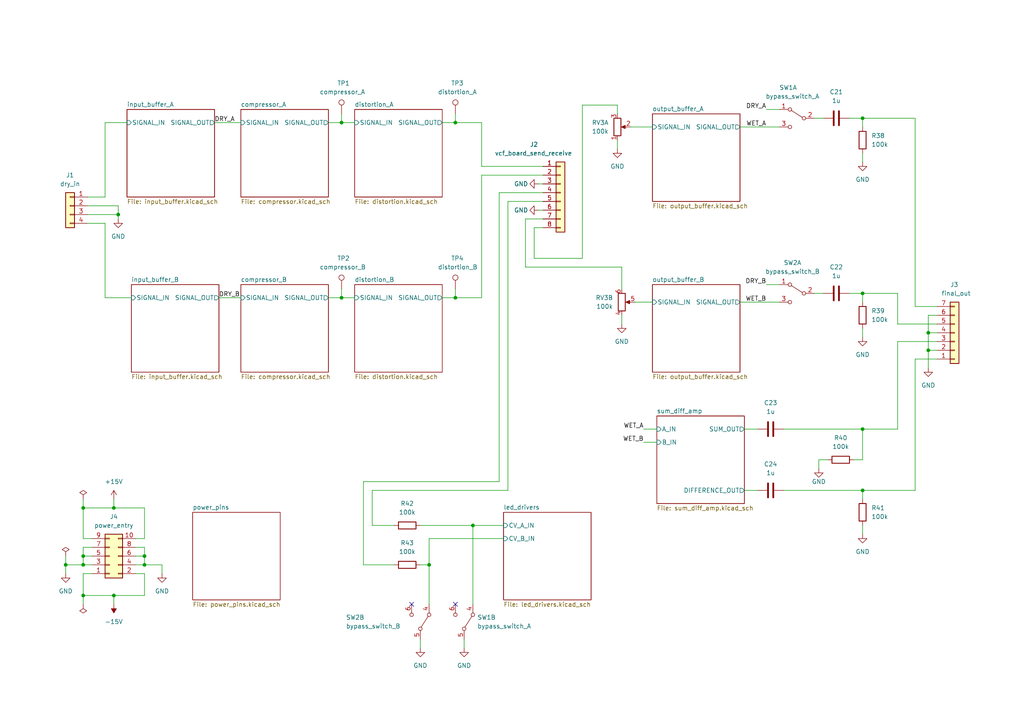
<source format=kicad_sch>
(kicad_sch (version 20211123) (generator eeschema)
  (paper "A4")
  (title_block (title "M.S.M. Stereo Lowpass Filter Pedal") (date "2022-05-26") (rev "0") (comment 2 "creativecommons.org/licenses/by/4.0") (comment 3 "License: CC by 4.0") (comment 4 "Author: Jordan Aceto"))
  (lib_symbols
    (symbol "Connector:TestPoint" (pin_numbers hide) (pin_names (offset 0.762) hide)
      (property "Reference" "TP" (at 0 6.858 0))
      (property "Value" "TestPoint" (at 0 5.08 0))
      (symbol "TestPoint_0_1"
        (circle (center 0 3.302) (radius 0.762))
      )
      (symbol "TestPoint_1_1"
        (pin passive line (at 0 0 90) (length 2.54) (name "1") (number "1"))
      )
    )
    (symbol "Connector_Generic:Conn_01x04" (pin_names (offset 1.016) hide)
      (property "Reference" "J" (at 0 5.08 0))
      (property "Value" "Conn_01x04" (at 0 -7.62 0))
      (symbol "Conn_01x04_1_1"
        (rectangle (start -1.27 -4.953) (end 0 -5.207) (stroke (width 0.1524)))
        (rectangle (start -1.27 -2.413) (end 0 -2.667) (stroke (width 0.1524)))
        (rectangle (start -1.27 0.127) (end 0 -0.127) (stroke (width 0.1524)))
        (rectangle (start -1.27 2.667) (end 0 2.413) (stroke (width 0.1524)))
        (rectangle (start -1.27 3.81) (end 1.27 -6.35) (stroke (width 0.254)) (fill (type background)))
        (pin passive line (at -5.08 2.54 0) (length 3.81) (name "Pin_1") (number "1"))
        (pin passive line (at -5.08 0 0) (length 3.81) (name "Pin_2") (number "2"))
        (pin passive line (at -5.08 -2.54 0) (length 3.81) (name "Pin_3") (number "3"))
        (pin passive line (at -5.08 -5.08 0) (length 3.81) (name "Pin_4") (number "4"))
      )
    )
    (symbol "Connector_Generic:Conn_01x07" (pin_names (offset 1.016) hide)
      (property "Reference" "J" (at 0 10.16 0))
      (property "Value" "Conn_01x07" (at 0 -10.16 0))
      (symbol "Conn_01x07_1_1"
        (rectangle (start -1.27 -7.493) (end 0 -7.747) (stroke (width 0.1524)))
        (rectangle (start -1.27 -4.953) (end 0 -5.207) (stroke (width 0.1524)))
        (rectangle (start -1.27 -2.413) (end 0 -2.667) (stroke (width 0.1524)))
        (rectangle (start -1.27 0.127) (end 0 -0.127) (stroke (width 0.1524)))
        (rectangle (start -1.27 2.667) (end 0 2.413) (stroke (width 0.1524)))
        (rectangle (start -1.27 5.207) (end 0 4.953) (stroke (width 0.1524)))
        (rectangle (start -1.27 7.747) (end 0 7.493) (stroke (width 0.1524)))
        (rectangle (start -1.27 8.89) (end 1.27 -8.89) (stroke (width 0.254)) (fill (type background)))
        (pin passive line (at -5.08 7.62 0) (length 3.81) (name "Pin_1") (number "1"))
        (pin passive line (at -5.08 5.08 0) (length 3.81) (name "Pin_2") (number "2"))
        (pin passive line (at -5.08 2.54 0) (length 3.81) (name "Pin_3") (number "3"))
        (pin passive line (at -5.08 0 0) (length 3.81) (name "Pin_4") (number "4"))
        (pin passive line (at -5.08 -2.54 0) (length 3.81) (name "Pin_5") (number "5"))
        (pin passive line (at -5.08 -5.08 0) (length 3.81) (name "Pin_6") (number "6"))
        (pin passive line (at -5.08 -7.62 0) (length 3.81) (name "Pin_7") (number "7"))
      )
    )
    (symbol "Connector_Generic:Conn_01x08" (pin_names (offset 1.016) hide)
      (property "Reference" "J" (at 0 10.16 0))
      (property "Value" "Conn_01x08" (at 0 -12.7 0))
      (symbol "Conn_01x08_1_1"
        (rectangle (start -1.27 -10.033) (end 0 -10.287) (stroke (width 0.1524)))
        (rectangle (start -1.27 -7.493) (end 0 -7.747) (stroke (width 0.1524)))
        (rectangle (start -1.27 -4.953) (end 0 -5.207) (stroke (width 0.1524)))
        (rectangle (start -1.27 -2.413) (end 0 -2.667) (stroke (width 0.1524)))
        (rectangle (start -1.27 0.127) (end 0 -0.127) (stroke (width 0.1524)))
        (rectangle (start -1.27 2.667) (end 0 2.413) (stroke (width 0.1524)))
        (rectangle (start -1.27 5.207) (end 0 4.953) (stroke (width 0.1524)))
        (rectangle (start -1.27 7.747) (end 0 7.493) (stroke (width 0.1524)))
        (rectangle (start -1.27 8.89) (end 1.27 -11.43) (stroke (width 0.254)) (fill (type background)))
        (pin passive line (at -5.08 7.62 0) (length 3.81) (name "Pin_1") (number "1"))
        (pin passive line (at -5.08 5.08 0) (length 3.81) (name "Pin_2") (number "2"))
        (pin passive line (at -5.08 2.54 0) (length 3.81) (name "Pin_3") (number "3"))
        (pin passive line (at -5.08 0 0) (length 3.81) (name "Pin_4") (number "4"))
        (pin passive line (at -5.08 -2.54 0) (length 3.81) (name "Pin_5") (number "5"))
        (pin passive line (at -5.08 -5.08 0) (length 3.81) (name "Pin_6") (number "6"))
        (pin passive line (at -5.08 -7.62 0) (length 3.81) (name "Pin_7") (number "7"))
        (pin passive line (at -5.08 -10.16 0) (length 3.81) (name "Pin_8") (number "8"))
      )
    )
    (symbol "Connector_Generic:Conn_02x05_Odd_Even" (pin_names (offset 1.016) hide)
      (property "Reference" "J" (at 1.27 7.62 0))
      (property "Value" "Conn_02x05_Odd_Even" (at 1.27 -7.62 0))
      (symbol "Conn_02x05_Odd_Even_1_1"
        (rectangle (start -1.27 -4.953) (end 0 -5.207) (stroke (width 0.1524)))
        (rectangle (start -1.27 -2.413) (end 0 -2.667) (stroke (width 0.1524)))
        (rectangle (start -1.27 0.127) (end 0 -0.127) (stroke (width 0.1524)))
        (rectangle (start -1.27 2.667) (end 0 2.413) (stroke (width 0.1524)))
        (rectangle (start -1.27 5.207) (end 0 4.953) (stroke (width 0.1524)))
        (rectangle (start -1.27 6.35) (end 3.81 -6.35) (stroke (width 0.254)) (fill (type background)))
        (rectangle (start 3.81 -4.953) (end 2.54 -5.207) (stroke (width 0.1524)))
        (rectangle (start 3.81 -2.413) (end 2.54 -2.667) (stroke (width 0.1524)))
        (rectangle (start 3.81 0.127) (end 2.54 -0.127) (stroke (width 0.1524)))
        (rectangle (start 3.81 2.667) (end 2.54 2.413) (stroke (width 0.1524)))
        (rectangle (start 3.81 5.207) (end 2.54 4.953) (stroke (width 0.1524)))
        (pin passive line (at -5.08 5.08 0) (length 3.81) (name "Pin_1") (number "1"))
        (pin passive line (at 7.62 -5.08 180) (length 3.81) (name "Pin_10") (number "10"))
        (pin passive line (at 7.62 5.08 180) (length 3.81) (name "Pin_2") (number "2"))
        (pin passive line (at -5.08 2.54 0) (length 3.81) (name "Pin_3") (number "3"))
        (pin passive line (at 7.62 2.54 180) (length 3.81) (name "Pin_4") (number "4"))
        (pin passive line (at -5.08 0 0) (length 3.81) (name "Pin_5") (number "5"))
        (pin passive line (at 7.62 0 180) (length 3.81) (name "Pin_6") (number "6"))
        (pin passive line (at -5.08 -2.54 0) (length 3.81) (name "Pin_7") (number "7"))
        (pin passive line (at 7.62 -2.54 180) (length 3.81) (name "Pin_8") (number "8"))
        (pin passive line (at -5.08 -5.08 0) (length 3.81) (name "Pin_9") (number "9"))
      )
    )
    (symbol "Device:C" (pin_numbers hide) (pin_names (offset 0.254))
      (property "Reference" "C" (at 0.635 2.54 0))
      (property "Value" "C" (at 0.635 -2.54 0))
      (symbol "C_0_1"
        (polyline (pts (xy -2.032 -0.762) (xy 2.032 -0.762)) (stroke (width 0.508)))
        (polyline (pts (xy -2.032 0.762) (xy 2.032 0.762)) (stroke (width 0.508)))
      )
      (symbol "C_1_1"
        (pin passive line (at 0 3.81 270) (length 2.794) (name "~") (number "1"))
        (pin passive line (at 0 -3.81 90) (length 2.794) (name "~") (number "2"))
      )
    )
    (symbol "Device:R" (pin_numbers hide) (pin_names (offset 0))
      (property "Reference" "R" (at 2.032 0 90))
      (property "Value" "R" (at 0 0 90))
      (symbol "R_0_1"
        (rectangle (start -1.016 -2.54) (end 1.016 2.54) (stroke (width 0.254)))
      )
      (symbol "R_1_1"
        (pin passive line (at 0 3.81 270) (length 1.27) (name "~") (number "1"))
        (pin passive line (at 0 -3.81 90) (length 1.27) (name "~") (number "2"))
      )
    )
    (symbol "Device:R_Potentiometer_Dual_Separate" (pin_names (offset 1.016) hide)
      (property "Reference" "RV" (at -4.445 0 90))
      (property "Value" "R_Potentiometer_Dual_Separate" (at -2.54 0 90))
      (symbol "R_Potentiometer_Dual_Separate_0_1"
        (polyline (pts (xy 2.54 0) (xy 1.524 0)))
        (polyline (pts (xy 1.143 0) (xy 2.286 0.508) (xy 2.286 -0.508) (xy 1.143 0)) (fill (type outline)))
        (rectangle (start 1.016 2.54) (end -1.016 -2.54) (stroke (width 0.254)))
      )
      (symbol "R_Potentiometer_Dual_Separate_1_1"
        (pin passive line (at 0 3.81 270) (length 1.27) (name "1") (number "1"))
        (pin passive line (at 3.81 0 180) (length 1.27) (name "2") (number "2"))
        (pin passive line (at 0 -3.81 90) (length 1.27) (name "3") (number "3"))
      )
      (symbol "R_Potentiometer_Dual_Separate_2_1"
        (pin passive line (at 0 3.81 270) (length 1.27) (name "4") (number "4"))
        (pin passive line (at 3.81 0 180) (length 1.27) (name "5") (number "5"))
        (pin passive line (at 0 -3.81 90) (length 1.27) (name "6") (number "6"))
      )
    )
    (symbol "Switch:SW_DPDT_x2" (pin_names (offset 0) hide)
      (property "Reference" "SW" (at 0 4.318 0))
      (property "Value" "SW_DPDT_x2" (at 0 -5.08 0))
      (symbol "SW_DPDT_x2_0_0"
        (circle (center -2.032 0) (radius 0.508))
        (circle (center 2.032 -2.54) (radius 0.508))
      )
      (symbol "SW_DPDT_x2_0_1"
        (polyline (pts (xy -1.524 0.254) (xy 1.651 2.286)))
        (circle (center 2.032 2.54) (radius 0.508))
      )
      (symbol "SW_DPDT_x2_1_1"
        (pin passive line (at 5.08 2.54 180) (length 2.54) (name "A") (number "1"))
        (pin passive line (at -5.08 0 0) (length 2.54) (name "B") (number "2"))
        (pin passive line (at 5.08 -2.54 180) (length 2.54) (name "C") (number "3"))
      )
      (symbol "SW_DPDT_x2_2_1"
        (pin passive line (at 5.08 2.54 180) (length 2.54) (name "A") (number "4"))
        (pin passive line (at -5.08 0 0) (length 2.54) (name "B") (number "5"))
        (pin passive line (at 5.08 -2.54 180) (length 2.54) (name "C") (number "6"))
      )
    )
    (symbol "power:+15V" (power) (pin_names (offset 0))
      (property "Value" "+15V" (at 0 3.556 0))
      (symbol "+15V_0_1"
        (polyline (pts (xy -0.762 1.27) (xy 0 2.54)))
        (polyline (pts (xy 0 0) (xy 0 2.54)))
        (polyline (pts (xy 0 2.54) (xy 0.762 1.27)))
      )
      (symbol "+15V_1_1"
        (pin power_in line (at 0 0 90) (length 0) hide (name "+15V") (number "1"))
      )
    )
    (symbol "power:-15V" (power) (pin_names (offset 0))
      (property "Value" "-15V" (at 0 3.81 0))
      (symbol "-15V_0_0"
        (pin power_in line (at 0 0 90) (length 0) hide (name "-15V") (number "1"))
      )
      (symbol "-15V_0_1"
        (polyline (pts (xy 0 0) (xy 0 1.27) (xy 0.762 1.27) (xy 0 2.54) (xy -0.762 1.27) (xy 0 1.27)) (fill (type outline)))
      )
    )
    (symbol "power:GND" (power) (pin_names (offset 0))
      (property "Value" "GND" (at 0 -3.81 0))
      (symbol "GND_0_1"
        (polyline (pts (xy 0 0) (xy 0 -1.27) (xy 1.27 -1.27) (xy 0 -2.54) (xy -1.27 -1.27) (xy 0 -1.27)))
      )
      (symbol "GND_1_1"
        (pin power_in line (at 0 0 270) (length 0) hide (name "GND") (number "1"))
      )
    )
    (symbol "power:PWR_FLAG" (power) (pin_numbers hide) (pin_names (offset 0) hide)
      (property "Value" "PWR_FLAG" (at 0 3.81 0))
      (symbol "PWR_FLAG_0_0"
        (pin power_out line (at 0 0 90) (length 0) (name "pwr") (number "1"))
      )
      (symbol "PWR_FLAG_0_1"
        (polyline (pts (xy 0 0) (xy 0 1.27) (xy -1.016 1.905) (xy 0 2.54) (xy 1.016 1.905) (xy 0 1.27)))
      )
    )
  )
  (junction (at 24.13 147.32))
  (junction (at 269.24 96.52))
  (junction (at 250.19 124.46))
  (junction (at 24.13 172.72))
  (junction (at 132.08 86.36))
  (junction (at 24.13 163.83))
  (junction (at 132.08 35.56))
  (junction (at 124.46 163.83))
  (junction (at 250.19 34.29))
  (junction (at 24.13 161.29))
  (junction (at 33.02 172.72))
  (junction (at 99.06 35.56))
  (junction (at 250.19 85.09))
  (junction (at 250.19 142.24))
  (junction (at 33.02 147.32))
  (junction (at 269.24 101.6))
  (junction (at 137.16 152.4))
  (junction (at 41.91 163.83))
  (junction (at 99.06 86.36))
  (junction (at 19.05 163.83))
  (junction (at 34.29 62.23))
  (junction (at 41.91 161.29))
  (no_connect (at 132.08 175.26))
  (no_connect (at 119.38 175.26))
  (wire (pts (xy 132.08 35.56) (xy 139.7 35.56)))
  (wire (pts (xy 41.91 166.37) (xy 39.37 166.37)))
  (wire (pts (xy 250.19 95.25) (xy 250.19 97.79)))
  (wire (pts (xy 250.19 142.24) (xy 227.33 142.24)))
  (wire (pts (xy 19.05 163.83) (xy 24.13 163.83)))
  (wire (pts (xy 107.95 152.4) (xy 114.3 152.4)))
  (wire (pts (xy 62.23 35.56) (xy 69.85 35.56)))
  (wire (pts (xy 41.91 172.72) (xy 41.91 166.37)))
  (wire (pts (xy 271.78 93.98) (xy 260.35 93.98)))
  (wire (pts (xy 132.08 86.36) (xy 139.7 86.36)))
  (wire (pts (xy 99.06 33.02) (xy 99.06 35.56)))
  (wire (pts (xy 30.48 57.15) (xy 30.48 35.56)))
  (wire (pts (xy 146.05 156.21) (xy 124.46 156.21)))
  (wire (pts (xy 24.13 172.72) (xy 33.02 172.72)))
  (wire (pts (xy 237.49 135.89) (xy 237.49 133.35)))
  (wire (pts (xy 157.48 53.34) (xy 156.21 53.34)))
  (wire (pts (xy 137.16 152.4) (xy 137.16 175.26)))
  (wire (pts (xy 219.71 142.24) (xy 215.9 142.24)))
  (wire (pts (xy 157.48 55.88) (xy 144.78 55.88)))
  (wire (pts (xy 250.19 142.24) (xy 250.19 144.78)))
  (wire (pts (xy 269.24 101.6) (xy 271.78 101.6)))
  (wire (pts (xy 24.13 158.75) (xy 26.67 158.75)))
  (wire (pts (xy 24.13 158.75) (xy 24.13 161.29)))
  (wire (pts (xy 265.43 34.29) (xy 265.43 88.9)))
  (wire (pts (xy 250.19 44.45) (xy 250.19 46.99)))
  (wire (pts (xy 139.7 50.8) (xy 157.48 50.8)))
  (wire (pts (xy 144.78 139.7) (xy 105.41 139.7)))
  (wire (pts (xy 168.91 74.93) (xy 168.91 30.48)))
  (wire (pts (xy 39.37 158.75) (xy 41.91 158.75)))
  (wire (pts (xy 33.02 172.72) (xy 33.02 175.26)))
  (wire (pts (xy 222.25 31.75) (xy 226.06 31.75)))
  (wire (pts (xy 41.91 161.29) (xy 41.91 158.75)))
  (wire (pts (xy 95.25 86.36) (xy 99.06 86.36)))
  (wire (pts (xy 34.29 62.23) (xy 34.29 59.69)))
  (wire (pts (xy 24.13 161.29) (xy 24.13 163.83)))
  (wire (pts (xy 260.35 124.46) (xy 260.35 99.06)))
  (wire (pts (xy 124.46 156.21) (xy 124.46 163.83)))
  (wire (pts (xy 99.06 86.36) (xy 102.87 86.36)))
  (wire (pts (xy 25.4 57.15) (xy 30.48 57.15)))
  (wire (pts (xy 269.24 96.52) (xy 271.78 96.52)))
  (wire (pts (xy 147.32 58.42) (xy 147.32 142.24)))
  (wire (pts (xy 24.13 161.29) (xy 26.67 161.29)))
  (wire (pts (xy 105.41 139.7) (xy 105.41 163.83)))
  (wire (pts (xy 250.19 34.29) (xy 265.43 34.29)))
  (wire (pts (xy 19.05 166.37) (xy 19.05 163.83)))
  (wire (pts (xy 39.37 163.83) (xy 41.91 163.83)))
  (wire (pts (xy 30.48 35.56) (xy 36.83 35.56)))
  (wire (pts (xy 215.9 124.46) (xy 219.71 124.46)))
  (wire (pts (xy 182.88 36.83) (xy 189.23 36.83)))
  (wire (pts (xy 132.08 33.02) (xy 132.08 35.56)))
  (wire (pts (xy 24.13 166.37) (xy 24.13 172.72)))
  (wire (pts (xy 147.32 142.24) (xy 107.95 142.24)))
  (wire (pts (xy 128.27 35.56) (xy 132.08 35.56)))
  (wire (pts (xy 24.13 144.78) (xy 24.13 147.32)))
  (wire (pts (xy 186.69 128.27) (xy 190.5 128.27)))
  (wire (pts (xy 260.35 93.98) (xy 260.35 85.09)))
  (wire (pts (xy 154.94 74.93) (xy 154.94 66.04)))
  (wire (pts (xy 134.62 185.42) (xy 134.62 187.96)))
  (wire (pts (xy 269.24 91.44) (xy 269.24 96.52)))
  (wire (pts (xy 157.48 48.26) (xy 139.7 48.26)))
  (wire (pts (xy 34.29 63.5) (xy 34.29 62.23)))
  (wire (pts (xy 154.94 66.04) (xy 157.48 66.04)))
  (wire (pts (xy 168.91 74.93) (xy 154.94 74.93)))
  (wire (pts (xy 39.37 156.21) (xy 41.91 156.21)))
  (wire (pts (xy 25.4 64.77) (xy 30.48 64.77)))
  (wire (pts (xy 222.25 82.55) (xy 226.06 82.55)))
  (wire (pts (xy 39.37 161.29) (xy 41.91 161.29)))
  (wire (pts (xy 152.4 77.47) (xy 152.4 63.5)))
  (wire (pts (xy 214.63 36.83) (xy 226.06 36.83)))
  (wire (pts (xy 99.06 83.82) (xy 99.06 86.36)))
  (wire (pts (xy 265.43 104.14) (xy 265.43 142.24)))
  (wire (pts (xy 25.4 62.23) (xy 34.29 62.23)))
  (wire (pts (xy 269.24 101.6) (xy 269.24 106.68)))
  (wire (pts (xy 237.49 133.35) (xy 240.03 133.35)))
  (wire (pts (xy 157.48 60.96) (xy 156.21 60.96)))
  (wire (pts (xy 137.16 152.4) (xy 146.05 152.4)))
  (wire (pts (xy 121.92 152.4) (xy 137.16 152.4)))
  (wire (pts (xy 95.25 35.56) (xy 99.06 35.56)))
  (wire (pts (xy 180.34 77.47) (xy 180.34 83.82)))
  (wire (pts (xy 34.29 59.69) (xy 25.4 59.69)))
  (wire (pts (xy 33.02 147.32) (xy 24.13 147.32)))
  (wire (pts (xy 265.43 104.14) (xy 271.78 104.14)))
  (wire (pts (xy 250.19 124.46) (xy 260.35 124.46)))
  (wire (pts (xy 247.65 133.35) (xy 250.19 133.35)))
  (wire (pts (xy 184.15 87.63) (xy 189.23 87.63)))
  (wire (pts (xy 236.22 34.29) (xy 238.76 34.29)))
  (wire (pts (xy 144.78 55.88) (xy 144.78 139.7)))
  (wire (pts (xy 107.95 142.24) (xy 107.95 152.4)))
  (wire (pts (xy 179.07 30.48) (xy 179.07 33.02)))
  (wire (pts (xy 33.02 144.78) (xy 33.02 147.32)))
  (wire (pts (xy 41.91 147.32) (xy 33.02 147.32)))
  (wire (pts (xy 180.34 91.44) (xy 180.34 93.98)))
  (wire (pts (xy 260.35 99.06) (xy 271.78 99.06)))
  (wire (pts (xy 152.4 63.5) (xy 157.48 63.5)))
  (wire (pts (xy 271.78 91.44) (xy 269.24 91.44)))
  (wire (pts (xy 24.13 175.26) (xy 24.13 172.72)))
  (wire (pts (xy 46.99 163.83) (xy 41.91 163.83)))
  (wire (pts (xy 30.48 86.36) (xy 38.1 86.36)))
  (wire (pts (xy 250.19 133.35) (xy 250.19 124.46)))
  (wire (pts (xy 19.05 161.29) (xy 19.05 163.83)))
  (wire (pts (xy 250.19 152.4) (xy 250.19 154.94)))
  (wire (pts (xy 63.5 86.36) (xy 69.85 86.36)))
  (wire (pts (xy 180.34 77.47) (xy 152.4 77.47)))
  (wire (pts (xy 26.67 166.37) (xy 24.13 166.37)))
  (wire (pts (xy 250.19 34.29) (xy 250.19 36.83)))
  (wire (pts (xy 179.07 40.64) (xy 179.07 43.18)))
  (wire (pts (xy 33.02 172.72) (xy 41.91 172.72)))
  (wire (pts (xy 214.63 87.63) (xy 226.06 87.63)))
  (wire (pts (xy 26.67 163.83) (xy 24.13 163.83)))
  (wire (pts (xy 250.19 85.09) (xy 260.35 85.09)))
  (wire (pts (xy 227.33 124.46) (xy 250.19 124.46)))
  (wire (pts (xy 46.99 166.37) (xy 46.99 163.83)))
  (wire (pts (xy 128.27 86.36) (xy 132.08 86.36)))
  (wire (pts (xy 269.24 96.52) (xy 269.24 101.6)))
  (wire (pts (xy 139.7 48.26) (xy 139.7 35.56)))
  (wire (pts (xy 99.06 35.56) (xy 102.87 35.56)))
  (wire (pts (xy 271.78 88.9) (xy 265.43 88.9)))
  (wire (pts (xy 265.43 142.24) (xy 250.19 142.24)))
  (wire (pts (xy 121.92 185.42) (xy 121.92 187.96)))
  (wire (pts (xy 30.48 64.77) (xy 30.48 86.36)))
  (wire (pts (xy 246.38 85.09) (xy 250.19 85.09)))
  (wire (pts (xy 132.08 83.82) (xy 132.08 86.36)))
  (wire (pts (xy 157.48 58.42) (xy 147.32 58.42)))
  (wire (pts (xy 24.13 147.32) (xy 24.13 156.21)))
  (wire (pts (xy 186.69 124.46) (xy 190.5 124.46)))
  (wire (pts (xy 124.46 175.26) (xy 124.46 163.83)))
  (wire (pts (xy 246.38 34.29) (xy 250.19 34.29)))
  (wire (pts (xy 168.91 30.48) (xy 179.07 30.48)))
  (wire (pts (xy 41.91 163.83) (xy 41.91 161.29)))
  (wire (pts (xy 124.46 163.83) (xy 121.92 163.83)))
  (wire (pts (xy 139.7 50.8) (xy 139.7 86.36)))
  (wire (pts (xy 236.22 85.09) (xy 238.76 85.09)))
  (wire (pts (xy 24.13 156.21) (xy 26.67 156.21)))
  (wire (pts (xy 41.91 156.21) (xy 41.91 147.32)))
  (wire (pts (xy 105.41 163.83) (xy 114.3 163.83)))
  (wire (pts (xy 250.19 85.09) (xy 250.19 87.63)))
  (label "WET_B" (at 186.69 128.27 180))
  (label "WET_A" (at 222.25 36.83 180))
  (label "WET_B" (at 222.25 87.63 180))
  (label "DRY_B" (at 63.5 86.36 0))
  (label "DRY_A" (at 62.23 35.56 0))
  (label "DRY_A" (at 222.25 31.75 180))
  (label "WET_A" (at 186.69 124.46 180))
  (label "DRY_B" (at 222.25 82.55 180))
  (symbol (lib_id "Device:C") (at 223.52 124.46 90) (unit 1)
    (property "Reference" "C23" (at 223.52 116.84 90))
    (property "Value" "1u" (at 223.52 119.38 90))
    (property "Footprint" "Capacitor_THT:C_Rect_L7.2mm_W5.5mm_P5.00mm_FKS2_FKP2_MKS2_MKP2" (effects hide))
  )
  (symbol (lib_id "Device:R") (at 243.84 133.35 90) (unit 1)
    (property "Reference" "R40" (at 243.84 127 90))
    (property "Value" "100k" (at 243.84 129.54 90))
    (property "Footprint" "Resistor_SMD:R_0805_2012Metric" (effects hide))
  )
  (symbol (lib_id "Device:C") (at 242.57 34.29 90) (unit 1)
    (property "Reference" "C21" (at 242.57 26.67 90))
    (property "Value" "1u" (at 242.57 29.21 90))
    (property "Footprint" "Capacitor_THT:C_Rect_L7.2mm_W5.5mm_P5.00mm_FKS2_FKP2_MKS2_MKP2" (effects hide))
  )
  (symbol (lib_id "Connector_Generic:Conn_02x05_Odd_Even") (at 31.75 161.29 0) (mirror x) (unit 1)
    (property "Reference" "J4" (at 33.02 149.86 0))
    (property "Value" "power_entry" (at 33.02 152.4 0))
    (property "Footprint" "Connector_IDC:IDC-Header_2x05_P2.54mm_Vertical" (effects hide))
  )
  (symbol (lib_id "power:-15V") (at 33.02 175.26 180) (unit 1)
    (property "Reference" "#PWR0104" (effects hide))
    (property "Value" "-15V" (at 33.02 180.34 0))
  )
  (symbol (lib_id "power:+15V") (at 33.02 144.78 0) (unit 1)
    (property "Reference" "#PWR0107" (effects hide))
    (property "Value" "+15V" (at 33.02 139.7 0))
  )
  (symbol (lib_id "Device:C") (at 223.52 142.24 90) (unit 1)
    (property "Reference" "C24" (at 223.52 134.62 90))
    (property "Value" "1u" (at 223.52 137.16 90))
    (property "Footprint" "Capacitor_THT:C_Rect_L7.2mm_W5.5mm_P5.00mm_FKS2_FKP2_MKS2_MKP2" (effects hide))
  )
  (symbol (lib_id "Connector:TestPoint") (at 132.08 83.82 0) (unit 1)
    (property "Reference" "TP4" (at 130.81 74.93 0) (effects (justify left)))
    (property "Value" "distortion_B" (at 127 77.47 0) (effects (justify left)))
    (property "Footprint" "TestPoint:TestPoint_Keystone_5000-5004_Miniature" (effects hide))
  )
  (symbol (lib_id "Device:R") (at 118.11 152.4 90) (unit 1)
    (property "Reference" "R42" (at 118.11 146.05 90))
    (property "Value" "100k" (at 118.11 148.59 90))
    (property "Footprint" "Resistor_SMD:R_0805_2012Metric" (effects hide))
  )
  (symbol (lib_id "power:GND") (at 19.05 166.37 0) (mirror y) (unit 1)
    (property "Reference" "#PWR0105" (effects hide))
    (property "Value" "GND" (at 19.05 171.45 0))
  )
  (symbol (lib_id "Switch:SW_DPDT_x2") (at 231.14 34.29 0) (mirror y) (unit 1)
    (property "Reference" "SW1" (at 228.6 25.4 0))
    (property "Value" "bypass_switch_A" (at 229.87 27.94 0))
    (property "Footprint" "custom_footprints:DPDT_mini_toggle" (effects hide))
  )
  (symbol (lib_id "power:GND") (at 121.92 187.96 0) (unit 1)
    (property "Reference" "#PWR0110" (effects hide))
    (property "Value" "GND" (at 121.92 193.04 0))
  )
  (symbol (lib_id "Device:C") (at 242.57 85.09 90) (unit 1)
    (property "Reference" "C22" (at 242.57 77.47 90))
    (property "Value" "1u" (at 242.57 80.01 90))
    (property "Footprint" "Capacitor_THT:C_Rect_L7.2mm_W5.5mm_P5.00mm_FKS2_FKP2_MKS2_MKP2" (effects hide))
  )
  (symbol (lib_id "power:PWR_FLAG") (at 24.13 144.78 0) (unit 1)
    (property "Reference" "#FLG0103" (effects hide))
    (property "Value" "PWR_FLAG" (effects hide))
  )
  (symbol (lib_id "power:GND") (at 250.19 46.99 0) (unit 1)
    (property "Reference" "#PWR02" (effects hide))
    (property "Value" "GND" (at 250.19 52.07 0))
  )
  (symbol (lib_id "Device:R") (at 250.19 148.59 0) (unit 1)
    (property "Reference" "R41" (at 252.73 147.3199 0) (effects (justify left)))
    (property "Value" "100k" (at 252.73 149.8599 0) (effects (justify left)))
    (property "Footprint" "Resistor_SMD:R_0805_2012Metric" (effects hide))
  )
  (symbol (lib_id "power:GND") (at 46.99 166.37 0) (unit 1)
    (property "Reference" "#PWR0108" (effects hide))
    (property "Value" "GND" (at 46.99 171.45 0))
  )
  (symbol (lib_id "power:GND") (at 269.24 106.68 0) (unit 1)
    (property "Reference" "#PWR0106" (effects hide))
    (property "Value" "GND" (at 269.24 111.76 0))
  )
  (symbol (lib_id "Connector_Generic:Conn_01x08") (at 162.56 55.88 0) (unit 1)
    (property "Reference" "J2" (at 153.67 41.91 0) (effects (justify left)))
    (property "Value" "vcf_board_send_receive" (at 143.51 44.45 0) (effects (justify left)))
    (property "Footprint" "Connector_Molex:Molex_KK-254_AE-6410-08A_1x08_P2.54mm_Vertical" (effects hide))
  )
  (symbol (lib_id "Connector:TestPoint") (at 99.06 33.02 0) (unit 1)
    (property "Reference" "TP1" (at 97.79 24.13 0) (effects (justify left)))
    (property "Value" "compressor_A" (at 92.71 26.67 0) (effects (justify left)))
    (property "Footprint" "TestPoint:TestPoint_Keystone_5000-5004_Miniature" (effects hide))
  )
  (symbol (lib_id "power:GND") (at 250.19 154.94 0) (unit 1)
    (property "Reference" "#PWR04" (effects hide))
    (property "Value" "GND" (at 250.19 160.02 0))
  )
  (symbol (lib_id "power:PWR_FLAG") (at 19.05 161.29 0) (unit 1)
    (property "Reference" "#FLG0102" (effects hide))
    (property "Value" "PWR_FLAG" (effects hide))
  )
  (symbol (lib_id "power:GND") (at 237.49 135.89 0) (unit 1)
    (property "Reference" "#PWR01" (effects hide))
    (property "Value" "GND" (at 237.49 139.7 0))
  )
  (symbol (lib_id "Connector:TestPoint") (at 99.06 83.82 0) (unit 1)
    (property "Reference" "TP2" (at 97.79 74.93 0) (effects (justify left)))
    (property "Value" "compressor_B" (at 92.71 77.47 0) (effects (justify left)))
    (property "Footprint" "TestPoint:TestPoint_Keystone_5000-5004_Miniature" (effects hide))
  )
  (symbol (lib_id "power:PWR_FLAG") (at 24.13 175.26 180) (unit 1)
    (property "Reference" "#FLG0101" (effects hide))
    (property "Value" "PWR_FLAG" (effects hide))
  )
  (symbol (lib_id "power:GND") (at 134.62 187.96 0) (unit 1)
    (property "Reference" "#PWR0111" (effects hide))
    (property "Value" "GND" (at 134.62 193.04 0))
  )
  (symbol (lib_id "power:GND") (at 179.07 43.18 0) (unit 1)
    (property "Reference" "#PWR0103" (effects hide))
    (property "Value" "GND" (at 179.07 48.26 0))
  )
  (symbol (lib_id "Device:R") (at 118.11 163.83 90) (unit 1)
    (property "Reference" "R43" (at 118.11 157.48 90))
    (property "Value" "100k" (at 118.11 160.02 90))
    (property "Footprint" "Resistor_SMD:R_0805_2012Metric" (effects hide))
  )
  (symbol (lib_id "Connector:TestPoint") (at 132.08 33.02 0) (unit 1)
    (property "Reference" "TP3" (at 130.81 24.13 0) (effects (justify left)))
    (property "Value" "distortion_A" (at 127 26.67 0) (effects (justify left)))
    (property "Footprint" "TestPoint:TestPoint_Keystone_5000-5004_Miniature" (effects hide))
  )
  (symbol (lib_id "Device:R") (at 250.19 40.64 180) (unit 1)
    (property "Reference" "R38" (at 252.73 39.3699 0) (effects (justify right)))
    (property "Value" "100k" (at 252.73 41.9099 0) (effects (justify right)))
    (property "Footprint" "Resistor_SMD:R_0805_2012Metric" (effects hide))
  )
  (symbol (lib_id "power:GND") (at 34.29 63.5 0) (unit 1)
    (property "Reference" "#PWR0114" (effects hide))
    (property "Value" "GND" (at 34.29 68.58 0))
  )
  (symbol (lib_id "power:GND") (at 250.19 97.79 0) (unit 1)
    (property "Reference" "#PWR03" (effects hide))
    (property "Value" "GND" (at 250.19 102.87 0))
  )
  (symbol (lib_id "Switch:SW_DPDT_x2") (at 134.62 180.34 270) (mirror x) (unit 2)
    (property "Reference" "SW1" (at 138.43 179.0699 90) (effects (justify left)))
    (property "Value" "bypass_switch_A" (at 138.43 181.6099 90) (effects (justify left)))
    (property "Footprint" "custom_footprints:DPDT_mini_toggle" (effects hide))
  )
  (symbol (lib_id "power:GND") (at 156.21 53.34 270) (mirror x) (unit 1)
    (property "Reference" "#PWR0101" (effects hide))
    (property "Value" "GND" (at 151.13 53.34 90))
  )
  (symbol (lib_id "Switch:SW_DPDT_x2") (at 121.92 180.34 270) (mirror x) (unit 2)
    (property "Reference" "SW2" (at 100.33 179.07 90) (effects (justify left)))
    (property "Value" "bypass_switch_B" (at 100.33 181.61 90) (effects (justify left)))
    (property "Footprint" "custom_footprints:DPDT_mini_toggle" (effects hide))
  )
  (symbol (lib_id "Device:R_Potentiometer_Dual_Separate") (at 179.07 36.83 0) (mirror x) (unit 1)
    (property "Reference" "RV3" (at 176.53 35.5599 0) (effects (justify right)))
    (property "Value" "100k" (at 176.53 38.0999 0) (effects (justify right)))
    (property "Footprint" "Potentiometer_THT:Potentiometer_Alpha_RD902F-40-00D_Dual_Vertical" (effects hide))
  )
  (symbol (lib_id "Connector_Generic:Conn_01x04") (at 20.32 59.69 0) (mirror y) (unit 1)
    (property "Reference" "J1" (at 20.32 50.8 0))
    (property "Value" "dry_in" (at 20.32 53.34 0))
    (property "Footprint" "Connector_Molex:Molex_KK-254_AE-6410-04A_1x04_P2.54mm_Vertical" (effects hide))
  )
  (symbol (lib_id "power:GND") (at 156.21 60.96 270) (mirror x) (unit 1)
    (property "Reference" "#PWR0109" (effects hide))
    (property "Value" "GND" (at 151.13 60.96 90))
  )
  (symbol (lib_id "power:GND") (at 180.34 93.98 0) (unit 1)
    (property "Reference" "#PWR0102" (effects hide))
    (property "Value" "GND" (at 180.34 99.06 0))
  )
  (symbol (lib_id "Connector_Generic:Conn_01x07") (at 276.86 96.52 0) (mirror x) (unit 1)
    (property "Reference" "J3" (at 275.59 82.55 0) (effects (justify left)))
    (property "Value" "final_out" (at 273.05 85.09 0) (effects (justify left)))
    (property "Footprint" "Connector_Molex:Molex_KK-254_AE-6410-07A_1x07_P2.54mm_Vertical" (effects hide))
  )
  (symbol (lib_id "Device:R") (at 250.19 91.44 0) (unit 1)
    (property "Reference" "R39" (at 252.73 90.1699 0) (effects (justify left)))
    (property "Value" "100k" (at 252.73 92.7099 0) (effects (justify left)))
    (property "Footprint" "Resistor_SMD:R_0805_2012Metric" (effects hide))
  )
  (symbol (lib_id "Device:R_Potentiometer_Dual_Separate") (at 180.34 87.63 0) (mirror x) (unit 2)
    (property "Reference" "RV3" (at 177.8 86.3599 0) (effects (justify right)))
    (property "Value" "100k" (at 177.8 88.8999 0) (effects (justify right)))
    (property "Footprint" "Potentiometer_THT:Potentiometer_Alpha_RD902F-40-00D_Dual_Vertical" (effects hide))
  )
  (symbol (lib_id "Switch:SW_DPDT_x2") (at 231.14 85.09 0) (mirror y) (unit 1)
    (property "Reference" "SW2" (at 229.87 76.2 0))
    (property "Value" "bypass_switch_B" (at 229.87 78.74 0))
    (property "Footprint" "custom_footprints:DPDT_mini_toggle" (effects hide))
  )
  (sheet (at 38.1 82.55) (size 25.4 25.4) (stroke (width 0.1524))
    (property "Sheet name" "input_buffer_B" (at 38.1 81.8384 0) (effects (justify left bottom)))
    (property "Sheet file" "input_buffer.kicad_sch" (at 38.1 108.5346 0) (effects (justify left top)))
    (pin "SIGNAL_IN" input (at 38.1 86.36 180))
    (pin "SIGNAL_OUT" output (at 63.5 86.36 0))
  )
  (sheet (at 190.5 120.65) (size 25.4 25.4) (stroke (width 0.1524))
    (property "Sheet name" "sum_diff_amp" (at 190.5 119.9384 0) (effects (justify left bottom)))
    (property "Sheet file" "sum_diff_amp.kicad_sch" (at 190.5 146.6346 0) (effects (justify left top)))
    (pin "DIFFERENCE_OUT" output (at 215.9 142.24 0))
    (pin "SUM_OUT" output (at 215.9 124.46 0))
    (pin "A_IN" input (at 190.5 124.46 180))
    (pin "B_IN" input (at 190.5 128.27 180))
  )
  (sheet (at 55.88 148.59) (size 25.4 25.4) (stroke (width 0.1524))
    (property "Sheet name" "power_pins" (at 55.88 147.8784 0) (effects (justify left bottom)))
    (property "Sheet file" "power_pins.kicad_sch" (at 55.88 174.5746 0) (effects (justify left top)))
  )
  (sheet (at 189.23 33.02) (size 25.4 25.4) (stroke (width 0.1524))
    (property "Sheet name" "output_buffer_A" (at 189.23 32.3084 0) (effects (justify left bottom)))
    (property "Sheet file" "output_buffer.kicad_sch" (at 189.23 59.0046 0) (effects (justify left top)))
    (pin "SIGNAL_IN" input (at 189.23 36.83 180))
    (pin "SIGNAL_OUT" output (at 214.63 36.83 0))
  )
  (sheet (at 69.85 31.75) (size 25.4 25.4) (stroke (width 0.1524))
    (property "Sheet name" "compressor_A" (at 69.85 31.0384 0) (effects (justify left bottom)))
    (property "Sheet file" "compressor.kicad_sch" (at 69.85 57.7346 0) (effects (justify left top)))
    (pin "SIGNAL_OUT" output (at 95.25 35.56 0))
    (pin "SIGNAL_IN" input (at 69.85 35.56 180))
  )
  (sheet (at 189.23 82.55) (size 25.4 25.4) (stroke (width 0.1524))
    (property "Sheet name" "output_buffer_B" (at 189.23 81.8384 0) (effects (justify left bottom)))
    (property "Sheet file" "output_buffer.kicad_sch" (at 189.23 108.5346 0) (effects (justify left top)))
    (pin "SIGNAL_IN" input (at 189.23 87.63 180))
    (pin "SIGNAL_OUT" output (at 214.63 87.63 0))
  )
  (sheet (at 69.85 82.55) (size 25.4 25.4) (stroke (width 0.1524))
    (property "Sheet name" "compressor_B" (at 69.85 81.8384 0) (effects (justify left bottom)))
    (property "Sheet file" "compressor.kicad_sch" (at 69.85 108.5346 0) (effects (justify left top)))
    (pin "SIGNAL_OUT" output (at 95.25 86.36 0))
    (pin "SIGNAL_IN" input (at 69.85 86.36 180))
  )
  (sheet (at 146.05 148.59) (size 25.4 25.4) (stroke (width 0.1524))
    (property "Sheet name" "led_drivers" (at 146.05 147.8784 0) (effects (justify left bottom)))
    (property "Sheet file" "led_drivers.kicad_sch" (at 146.05 174.5746 0) (effects (justify left top)))
    (pin "CV_A_IN" input (at 146.05 152.4 180))
    (pin "CV_B_IN" input (at 146.05 156.21 180))
  )
  (sheet (at 102.87 82.55) (size 25.4 25.4) (stroke (width 0.1524))
    (property "Sheet name" "distortion_B" (at 102.87 81.8384 0) (effects (justify left bottom)))
    (property "Sheet file" "distortion.kicad_sch" (at 102.87 108.5346 0) (effects (justify left top)))
    (pin "SIGNAL_IN" input (at 102.87 86.36 180))
    (pin "SIGNAL_OUT" output (at 128.27 86.36 0))
  )
  (sheet (at 102.87 31.75) (size 25.4 25.4) (stroke (width 0.1524))
    (property "Sheet name" "distortion_A" (at 102.87 31.0384 0) (effects (justify left bottom)))
    (property "Sheet file" "distortion.kicad_sch" (at 102.87 57.7346 0) (effects (justify left top)))
    (pin "SIGNAL_IN" input (at 102.87 35.56 180))
    (pin "SIGNAL_OUT" output (at 128.27 35.56 0))
  )
  (sheet (at 36.83 31.75) (size 25.4 25.4) (stroke (width 0.1524))
    (property "Sheet name" "input_buffer_A" (at 36.83 31.0384 0) (effects (justify left bottom)))
    (property "Sheet file" "input_buffer.kicad_sch" (at 36.83 57.7346 0) (effects (justify left top)))
    (pin "SIGNAL_IN" input (at 36.83 35.56 180))
    (pin "SIGNAL_OUT" output (at 62.23 35.56 0))
  )
)
</source>
